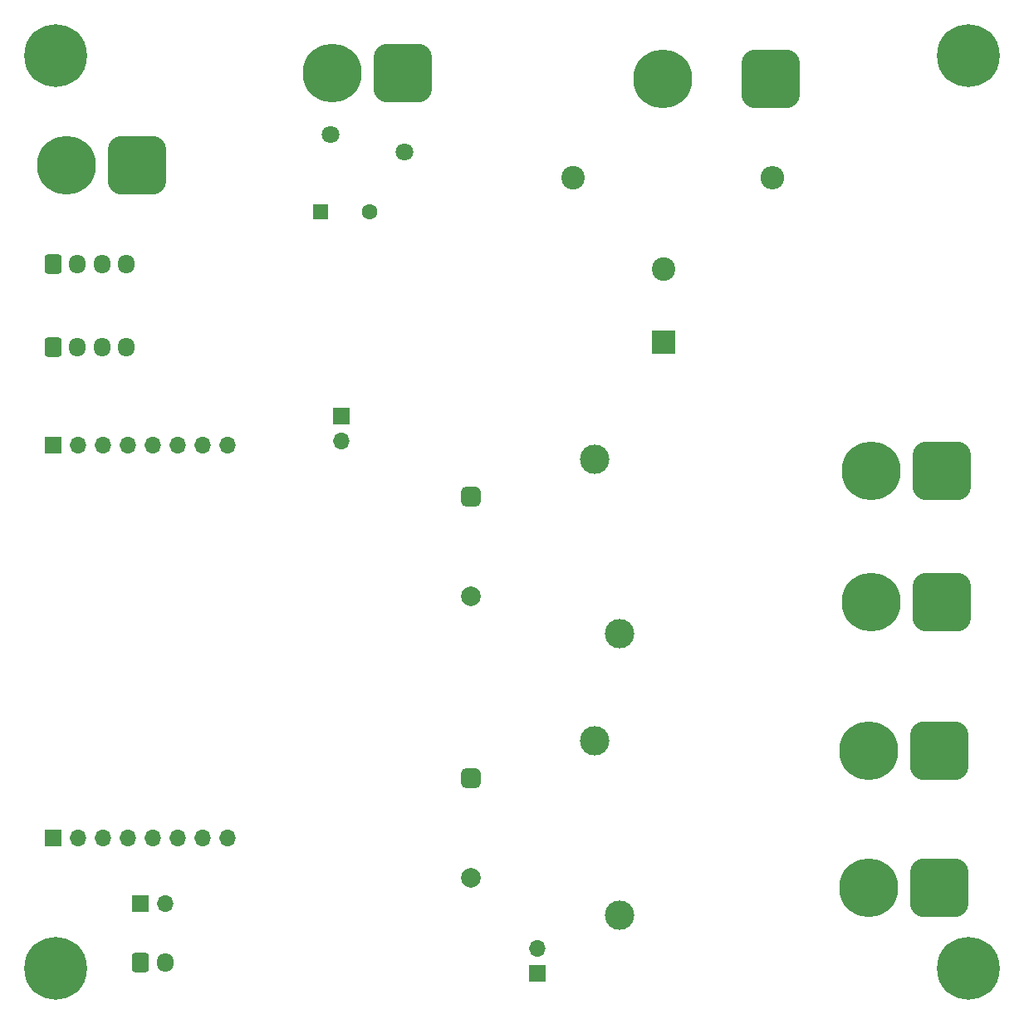
<source format=gbs>
%TF.GenerationSoftware,KiCad,Pcbnew,7.0.9*%
%TF.CreationDate,2024-11-04T23:33:06+09:00*%
%TF.ProjectId,schematic_PWRcutoff,73636865-6d61-4746-9963-5f5057526375,rev?*%
%TF.SameCoordinates,PX4b571c0PY86d97c0*%
%TF.FileFunction,Soldermask,Bot*%
%TF.FilePolarity,Negative*%
%FSLAX46Y46*%
G04 Gerber Fmt 4.6, Leading zero omitted, Abs format (unit mm)*
G04 Created by KiCad (PCBNEW 7.0.9) date 2024-11-04 23:33:06*
%MOMM*%
%LPD*%
G01*
G04 APERTURE LIST*
G04 Aperture macros list*
%AMRoundRect*
0 Rectangle with rounded corners*
0 $1 Rounding radius*
0 $2 $3 $4 $5 $6 $7 $8 $9 X,Y pos of 4 corners*
0 Add a 4 corners polygon primitive as box body*
4,1,4,$2,$3,$4,$5,$6,$7,$8,$9,$2,$3,0*
0 Add four circle primitives for the rounded corners*
1,1,$1+$1,$2,$3*
1,1,$1+$1,$4,$5*
1,1,$1+$1,$6,$7*
1,1,$1+$1,$8,$9*
0 Add four rect primitives between the rounded corners*
20,1,$1+$1,$2,$3,$4,$5,0*
20,1,$1+$1,$4,$5,$6,$7,0*
20,1,$1+$1,$6,$7,$8,$9,0*
20,1,$1+$1,$8,$9,$2,$3,0*%
G04 Aperture macros list end*
%ADD10C,1.800000*%
%ADD11R,1.700000X1.700000*%
%ADD12O,1.700000X1.700000*%
%ADD13R,2.400000X2.400000*%
%ADD14C,2.400000*%
%ADD15C,1.600000*%
%ADD16R,1.600000X1.600000*%
%ADD17C,6.000000*%
%ADD18RoundRect,1.500000X1.500000X1.500000X-1.500000X1.500000X-1.500000X-1.500000X1.500000X-1.500000X0*%
%ADD19O,1.700000X1.950000*%
%ADD20RoundRect,0.250000X-0.600000X-0.725000X0.600000X-0.725000X0.600000X0.725000X-0.600000X0.725000X0*%
%ADD21C,0.800000*%
%ADD22C,6.400000*%
%ADD23C,3.000000*%
%ADD24RoundRect,0.500000X0.500000X0.500000X-0.500000X0.500000X-0.500000X-0.500000X0.500000X-0.500000X0*%
%ADD25C,2.000000*%
%ADD26O,2.400000X2.400000*%
G04 APERTURE END LIST*
D10*
%TO.C,RV1*%
X31850000Y88500000D03*
X39350000Y86700000D03*
%TD*%
D11*
%TO.C,J7*%
X52900000Y2960000D03*
D12*
X52900000Y5500000D03*
%TD*%
D13*
%TO.C,C2*%
X65800000Y67300000D03*
D14*
X65800000Y74800000D03*
%TD*%
D15*
%TO.C,C1*%
X35797349Y80600000D03*
D16*
X30797349Y80600000D03*
%TD*%
D17*
%TO.C,J2*%
X32000000Y94800000D03*
D18*
X39200000Y94800000D03*
%TD*%
D17*
%TO.C,J3*%
X65700000Y94175000D03*
D18*
X76700000Y94175000D03*
%TD*%
D12*
%TO.C,J8*%
X14965000Y10100000D03*
D11*
X12425000Y10100000D03*
%TD*%
D19*
%TO.C,J9*%
X14950000Y4100000D03*
D20*
X12450000Y4100000D03*
%TD*%
D18*
%TO.C,J10*%
X94100000Y54200000D03*
D17*
X86900000Y54200000D03*
%TD*%
D18*
%TO.C,J11*%
X94100000Y40800000D03*
D17*
X86900000Y40800000D03*
%TD*%
D18*
%TO.C,J14*%
X93900000Y25700000D03*
D17*
X86700000Y25700000D03*
%TD*%
D18*
%TO.C,J15*%
X93900000Y11700000D03*
D17*
X86700000Y11700000D03*
%TD*%
D19*
%TO.C,J4*%
X11000000Y75250000D03*
X8500000Y75250000D03*
X6000000Y75250000D03*
D20*
X3500000Y75250000D03*
%TD*%
D19*
%TO.C,J6*%
X11000000Y66800000D03*
X8500000Y66800000D03*
X6000000Y66800000D03*
D20*
X3500000Y66800000D03*
%TD*%
D12*
%TO.C,J13*%
X21280000Y16800000D03*
X18740000Y16800000D03*
X16200000Y16800000D03*
X13660000Y16800000D03*
X11120000Y16800000D03*
X8580000Y16800000D03*
X6040000Y16800000D03*
D11*
X3500000Y16800000D03*
%TD*%
D12*
%TO.C,J5*%
X32900000Y57235000D03*
D11*
X32900000Y59775000D03*
%TD*%
%TO.C,J12*%
X3500000Y56800000D03*
D12*
X6040000Y56800000D03*
X8580000Y56800000D03*
X11120000Y56800000D03*
X13660000Y56800000D03*
X16200000Y56800000D03*
X18740000Y56800000D03*
X21280000Y56800000D03*
%TD*%
D17*
%TO.C,J1*%
X4900000Y85400000D03*
D18*
X12100000Y85400000D03*
%TD*%
D21*
%TO.C,H2*%
X1400000Y3500000D03*
X2102944Y5197056D03*
X2102944Y1802944D03*
X3800000Y5900000D03*
D22*
X3800000Y3500000D03*
D21*
X3800000Y1100000D03*
X5497056Y5197056D03*
X5497056Y1802944D03*
X6200000Y3500000D03*
%TD*%
D23*
%TO.C,K2*%
X58760000Y26700000D03*
X61300000Y8900000D03*
D24*
X46100000Y22900000D03*
D25*
X46100000Y12700000D03*
%TD*%
D21*
%TO.C,H3*%
X99200000Y96500000D03*
X98497056Y94802944D03*
X98497056Y98197056D03*
X96800000Y94100000D03*
D22*
X96800000Y96500000D03*
D21*
X96800000Y98900000D03*
X95102944Y94802944D03*
X95102944Y98197056D03*
X94400000Y96500000D03*
%TD*%
%TO.C,H1*%
X1400000Y96500000D03*
X2102944Y98197056D03*
X2102944Y94802944D03*
X3800000Y98900000D03*
D22*
X3800000Y96500000D03*
D21*
X3800000Y94100000D03*
X5497056Y98197056D03*
X5497056Y94802944D03*
X6200000Y96500000D03*
%TD*%
%TO.C,H4*%
X94400000Y3500000D03*
X95102944Y5197056D03*
X95102944Y1802944D03*
X96800000Y5900000D03*
D22*
X96800000Y3500000D03*
D21*
X96800000Y1100000D03*
X98497056Y5197056D03*
X98497056Y1802944D03*
X99200000Y3500000D03*
%TD*%
D23*
%TO.C,K1*%
X58760000Y55400000D03*
X61300000Y37600000D03*
D24*
X46100000Y51600000D03*
D25*
X46100000Y41400000D03*
%TD*%
D14*
%TO.C,R1*%
X56540000Y84100000D03*
D26*
X76860000Y84100000D03*
%TD*%
M02*

</source>
